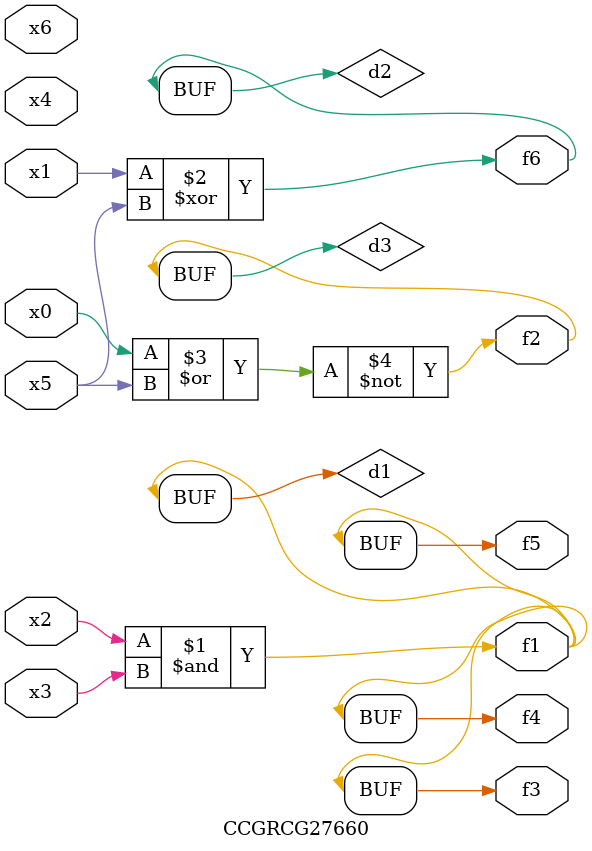
<source format=v>
module CCGRCG27660(
	input x0, x1, x2, x3, x4, x5, x6,
	output f1, f2, f3, f4, f5, f6
);

	wire d1, d2, d3;

	and (d1, x2, x3);
	xor (d2, x1, x5);
	nor (d3, x0, x5);
	assign f1 = d1;
	assign f2 = d3;
	assign f3 = d1;
	assign f4 = d1;
	assign f5 = d1;
	assign f6 = d2;
endmodule

</source>
